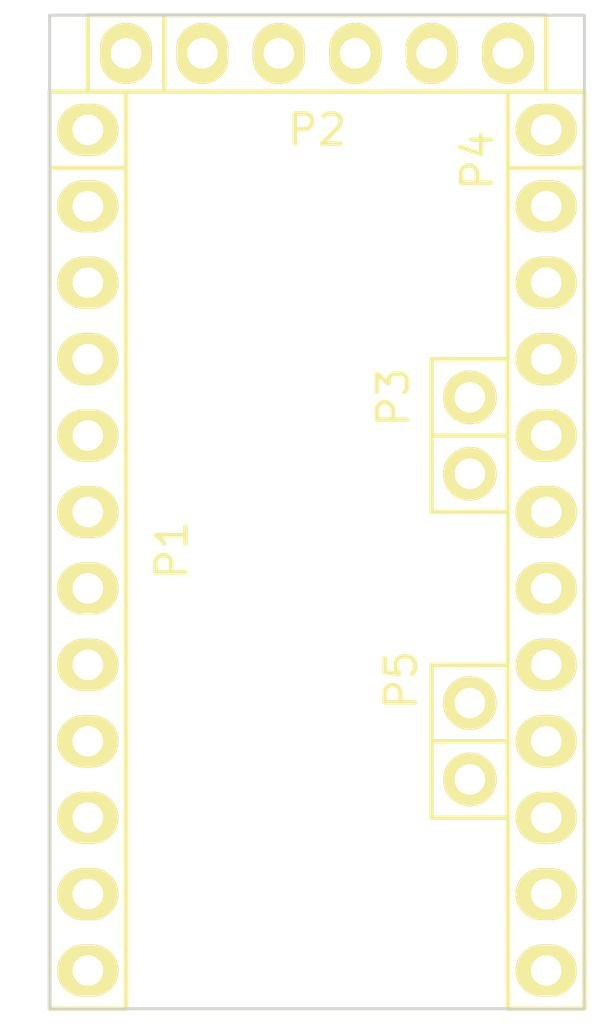
<source format=kicad_pcb>
(kicad_pcb (version 20221018) (generator pcbnew)
  (title_block (date "sam. 04 avril 2015"))
  (layers (0 "F.Cu" signal) (31 "B.Cu" signal) (34 "B.Paste" user) (35 "F.Paste" user) (36 "B.SilkS" user "B.Silkscreen") (37 "F.SilkS" user "F.Silkscreen") (38 "B.Mask" user) (39 "F.Mask" user) (44 "Edge.Cuts" user))
  (net 0 "")
  (net 1 "/1(Tx)")
  (net 2 "/0(Rx)")
  (net 3 "/Reset")
  (net 4 "GND")
  (net 5 "/2")
  (net 6 "/3(**)")
  (net 7 "/4")
  (net 8 "/5(**)")
  (net 9 "/6(**)")
  (net 10 "/7")
  (net 11 "/8")
  (net 12 "/9(**)")
  (net 13 "/DTR")
  (net 14 "VCC")
  (net 15 "/A5")
  (net 16 "/A4")
  (net 17 "/RAW")
  (net 18 "/A3")
  (net 19 "/A2")
  (net 20 "/A1")
  (net 21 "/A0")
  (net 22 "/13(SCK)")
  (net 23 "/12(MISO)")
  (net 24 "/11(**/MOSI)")
  (net 25 "/10(**/SS)")
  (net 26 "/A7")
  (net 27 "/A6")
  (footprint "Socket_Arduino_Pro_Mini:Socket_Strip_Arduino_1x12" (layer "F.Cu") (at 138.43 85.09 -90)
    (fp_text reference "P1" (at 13.97 -2.794 270) (layer "F.SilkS"))
    (fp_text value "Digital")
    (fp_line (start -1.27 -1.27) (end -1.27 1.27) (stroke (width 0.15)) (layer "F.SilkS"))
    (fp_line (start -1.27 1.27) (end 1.27 1.27) (stroke (width 0.15)) (layer "F.SilkS"))
    (fp_line (start 1.27 -1.27) (end -1.27 -1.27) (stroke (width 0.15)) (layer "F.SilkS"))
    (fp_line (start 1.27 1.27) (end 1.27 -1.27) (stroke (width 0.15)) (layer "F.SilkS"))
    (fp_line (start 1.27 1.27) (end 29.21 1.27) (stroke (width 0.15)) (layer "F.SilkS"))
    (fp_line (start 29.21 -1.27) (end 1.27 -1.27) (stroke (width 0.15)) (layer "F.SilkS"))
    (fp_line (start 29.21 1.27) (end 29.21 -1.27) (stroke (width 0.15)) (layer "F.SilkS"))
    (pad "1" thru_hole oval locked (at 0 0 270) (size 1.7272 2.032) (drill 1.016) (layers "*.Cu" "*.Mask" "F.SilkS") (net 1 "/1(Tx)"))
    (pad "2" thru_hole oval locked (at 2.54 0 270) (size 1.7272 2.032) (drill 1.016) (layers "*.Cu" "*.Mask" "F.SilkS") (net 2 "/0(Rx)"))
    (pad "3" thru_hole oval locked (at 5.08 0 270) (size 1.7272 2.032) (drill 1.016) (layers "*.Cu" "*.Mask" "F.SilkS") (net 3 "/Reset"))
    (pad "4" thru_hole oval locked (at 7.62 0 270) (size 1.7272 2.032) (drill 1.016) (layers "*.Cu" "*.Mask" "F.SilkS") (net 4 "GND"))
    (pad "5" thru_hole oval locked (at 10.16 0 270) (size 1.7272 2.032) (drill 1.016) (layers "*.Cu" "*.Mask" "F.SilkS") (net 5 "/2"))
    (pad "6" thru_hole oval locked (at 12.7 0 270) (size 1.7272 2.032) (drill 1.016) (layers "*.Cu" "*.Mask" "F.SilkS") (net 6 "/3(**)"))
    (pad "7" thru_hole oval locked (at 15.24 0 270) (size 1.7272 2.032) (drill 1.016) (layers "*.Cu" "*.Mask" "F.SilkS") (net 7 "/4"))
    (pad "8" thru_hole oval locked (at 17.78 0 270) (size 1.7272 2.032) (drill 1.016) (layers "*.Cu" "*.Mask" "F.SilkS") (net 8 "/5(**)"))
    (pad "9" thru_hole oval locked (at 20.32 0 270) (size 1.7272 2.032) (drill 1.016) (layers "*.Cu" "*.Mask" "F.SilkS") (net 9 "/6(**)"))
    (pad "10" thru_hole oval locked (at 22.86 0 270) (size 1.7272 2.032) (drill 1.016) (layers "*.Cu" "*.Mask" "F.SilkS") (net 10 "/7"))
    (pad "11" thru_hole oval locked (at 25.4 0 270) (size 1.7272 2.032) (drill 1.016) (layers "*.Cu" "*.Mask" "F.SilkS") (net 11 "/8"))
    (pad "12" thru_hole oval locked (at 27.94 0 270) (size 1.7272 2.032) (drill 1.016) (layers "*.Cu" "*.Mask" "F.SilkS") (net 12 "/9(**)"))
  )
  (footprint "Socket_Arduino_Pro_Mini:Socket_Strip_Arduino_1x06" (layer "F.Cu") (at 139.7 82.55)
    (fp_text reference "P2" (at 6.35 2.54) (layer "F.SilkS"))
    (fp_text value "COM")
    (fp_line (start -1.27 -1.27) (end -1.27 1.27) (stroke (width 0.15)) (layer "F.SilkS"))
    (fp_line (start -1.27 1.27) (end 1.27 1.27) (stroke (width 0.15)) (layer "F.SilkS"))
    (fp_line (start 1.27 -1.27) (end -1.27 -1.27) (stroke (width 0.15)) (layer "F.SilkS"))
    (fp_line (start 1.27 1.27) (end 1.27 -1.27) (stroke (width 0.15)) (layer "F.SilkS"))
    (fp_line (start 1.27 1.27) (end 13.97 1.27) (stroke (width 0.15)) (layer "F.SilkS"))
    (fp_line (start 13.97 -1.27) (end 1.27 -1.27) (stroke (width 0.15)) (layer "F.SilkS"))
    (fp_line (start 13.97 1.27) (end 13.97 -1.27) (stroke (width 0.15)) (layer "F.SilkS"))
    (pad "1" thru_hole oval locked (at 0 0) (size 1.7272 2.032) (drill 1.016) (layers "*.Cu" "*.Mask" "F.SilkS") (net 13 "/DTR"))
    (pad "2" thru_hole oval locked (at 2.54 0) (size 1.7272 2.032) (drill 1.016) (layers "*.Cu" "*.Mask" "F.SilkS") (net 1 "/1(Tx)"))
    (pad "3" thru_hole oval locked (at 5.08 0) (size 1.7272 2.032) (drill 1.016) (layers "*.Cu" "*.Mask" "F.SilkS") (net 2 "/0(Rx)"))
    (pad "4" thru_hole oval locked (at 7.62 0) (size 1.7272 2.032) (drill 1.016) (layers "*.Cu" "*.Mask" "F.SilkS") (net 14 "VCC"))
    (pad "5" thru_hole oval locked (at 10.16 0) (size 1.7272 2.032) (drill 1.016) (layers "*.Cu" "*.Mask" "F.SilkS") (net 4 "GND"))
    (pad "6" thru_hole oval locked (at 12.7 0) (size 1.7272 2.032) (drill 1.016) (layers "*.Cu" "*.Mask" "F.SilkS") (net 4 "GND"))
  )
  (footprint "Socket_Arduino_Pro_Mini:Socket_Strip_Arduino_1x02" (layer "F.Cu") (at 151.13 93.98 -90)
    (fp_text reference "P3" (at 0 2.54 270) (layer "F.SilkS"))
    (fp_text value "ADC")
    (fp_line (start -1.27 -1.27) (end -1.27 1.27) (stroke (width 0.15)) (layer "F.SilkS"))
    (fp_line (start -1.27 1.27) (end 1.27 1.27) (stroke (width 0.15)) (layer "F.SilkS"))
    (fp_line (start 1.27 -1.27) (end -1.27 -1.27) (stroke (width 0.15)) (layer "F.SilkS"))
    (fp_line (start 1.27 -1.27) (end 3.81 -1.27) (stroke (width 0.15)) (layer "F.SilkS"))
    (fp_line (start 1.27 1.27) (end 1.27 -1.27) (stroke (width 0.15)) (layer "F.SilkS"))
    (fp_line (start 3.81 -1.27) (end 3.81 1.27) (stroke (width 0.15)) (layer "F.SilkS"))
    (fp_line (start 3.81 1.27) (end 1.27 1.27) (stroke (width 0.15)) (layer "F.SilkS"))
    (pad "1" thru_hole circle locked (at 0 0 270) (size 1.778 1.778) (drill 1.016) (layers "*.Cu" "*.Mask" "F.SilkS") (net 15 "/A5"))
    (pad "2" thru_hole circle locked (at 2.54 0 270) (size 1.778 1.778) (drill 1.016) (layers "*.Cu" "*.Mask" "F.SilkS") (net 16 "/A4"))
  )
  (footprint "Socket_Arduino_Pro_Mini:Socket_Strip_Arduino_1x12" (layer "F.Cu") (at 153.67 85.09 -90)
    (fp_text reference "P4" (at 1.016 2.286 270) (layer "F.SilkS"))
    (fp_text value "Analog")
    (fp_line (start -1.27 -1.27) (end -1.27 1.27) (stroke (width 0.15)) (layer "F.SilkS"))
    (fp_line (start -1.27 1.27) (end 1.27 1.27) (stroke (width 0.15)) (layer "F.SilkS"))
    (fp_line (start 1.27 -1.27) (end -1.27 -1.27) (stroke (width 0.15)) (layer "F.SilkS"))
    (fp_line (start 1.27 1.27) (end 1.27 -1.27) (stroke (width 0.15)) (layer "F.SilkS"))
    (fp_line (start 1.27 1.27) (end 29.21 1.27) (stroke (width 0.15)) (layer "F.SilkS"))
    (fp_line (start 29.21 -1.27) (end 1.27 -1.27) (stroke (width 0.15)) (layer "F.SilkS"))
    (fp_line (start 29.21 1.27) (end 29.21 -1.27) (stroke (width 0.15)) (layer "F.SilkS"))
    (pad "1" thru_hole oval locked (at 0 0 270) (size 1.7272 2.032) (drill 1.016) (layers "*.Cu" "*.Mask" "F.SilkS") (net 17 "/RAW"))
    (pad "2" thru_hole oval locked (at 2.54 0 270) (size 1.7272 2.032) (drill 1.016) (layers "*.Cu" "*.Mask" "F.SilkS") (net 4 "GND"))
    (pad "3" thru_hole oval locked (at 5.08 0 270) (size 1.7272 2.032) (drill 1.016) (layers "*.Cu" "*.Mask" "F.SilkS") (net 3 "/Reset"))
    (pad "4" thru_hole oval locked (at 7.62 0 270) (size 1.7272 2.032) (drill 1.016) (layers "*.Cu" "*.Mask" "F.SilkS") (net 14 "VCC"))
    (pad "5" thru_hole oval locked (at 10.16 0 270) (size 1.7272 2.032) (drill 1.016) (layers "*.Cu" "*.Mask" "F.SilkS") (net 18 "/A3"))
    (pad "6" thru_hole oval locked (at 12.7 0 270) (size 1.7272 2.032) (drill 1.016) (layers "*.Cu" "*.Mask" "F.SilkS") (net 19 "/A2"))
    (pad "7" thru_hole oval locked (at 15.24 0 270) (size 1.7272 2.032) (drill 1.016) (layers "*.Cu" "*.Mask" "F.SilkS") (net 20 "/A1"))
    (pad "8" thru_hole oval locked (at 17.78 0 270) (size 1.7272 2.032) (drill 1.016) (layers "*.Cu" "*.Mask" "F.SilkS") (net 21 "/A0"))
    (pad "9" thru_hole oval locked (at 20.32 0 270) (size 1.7272 2.032) (drill 1.016) (layers "*.Cu" "*.Mask" "F.SilkS") (net 22 "/13(SCK)"))
    (pad "10" thru_hole oval locked (at 22.86 0 270) (size 1.7272 2.032) (drill 1.016) (layers "*.Cu" "*.Mask" "F.SilkS") (net 23 "/12(MISO)"))
    (pad "11" thru_hole oval locked (at 25.4 0 270) (size 1.7272 2.032) (drill 1.016) (layers "*.Cu" "*.Mask" "F.SilkS") (net 24 "/11(**/MOSI)"))
    (pad "12" thru_hole oval locked (at 27.94 0 270) (size 1.7272 2.032) (drill 1.016) (layers "*.Cu" "*.Mask" "F.SilkS") (net 25 "/10(**/SS)"))
  )
  (footprint "Socket_Arduino_Pro_Mini:Socket_Strip_Arduino_1x02" (layer "F.Cu") (at 151.13 104.14 -90)
    (fp_text reference "P5" (at -0.762 2.286 270) (layer "F.SilkS"))
    (fp_text value "ADC")
    (fp_line (start -1.27 -1.27) (end -1.27 1.27) (stroke (width 0.15)) (layer "F.SilkS"))
    (fp_line (start -1.27 1.27) (end 1.27 1.27) (stroke (width 0.15)) (layer "F.SilkS"))
    (fp_line (start 1.27 -1.27) (end -1.27 -1.27) (stroke (width 0.15)) (layer "F.SilkS"))
    (fp_line (start 1.27 -1.27) (end 3.81 -1.27) (stroke (width 0.15)) (layer "F.SilkS"))
    (fp_line (start 1.27 1.27) (end 1.27 -1.27) (stroke (width 0.15)) (layer "F.SilkS"))
    (fp_line (start 3.81 -1.27) (end 3.81 1.27) (stroke (width 0.15)) (layer "F.SilkS"))
    (fp_line (start 3.81 1.27) (end 1.27 1.27) (stroke (width 0.15)) (layer "F.SilkS"))
    (pad "1" thru_hole circle locked (at 0 0 270) (size 1.778 1.778) (drill 1.016) (layers "*.Cu" "*.Mask" "F.SilkS") (net 26 "/A7"))
    (pad "2" thru_hole circle locked (at 2.54 0 270) (size 1.778 1.778) (drill 1.016) (layers "*.Cu" "*.Mask" "F.SilkS") (net 27 "/A6"))
  )
  (gr_line (start 154.94 114.3) (end 137.16 114.3) (stroke (width 0.1)) (layer "Edge.Cuts"))
  (gr_line (start 137.16 114.3) (end 137.16 81.28) (stroke (width 0.1)) (layer "Edge.Cuts"))
  (gr_line (start 137.16 81.28) (end 154.94 81.28) (stroke (width 0.1)) (layer "Edge.Cuts"))
  (gr_line (start 154.94 81.28) (end 154.94 114.3) (stroke (width 0.1)) (layer "Edge.Cuts"))
)
</source>
